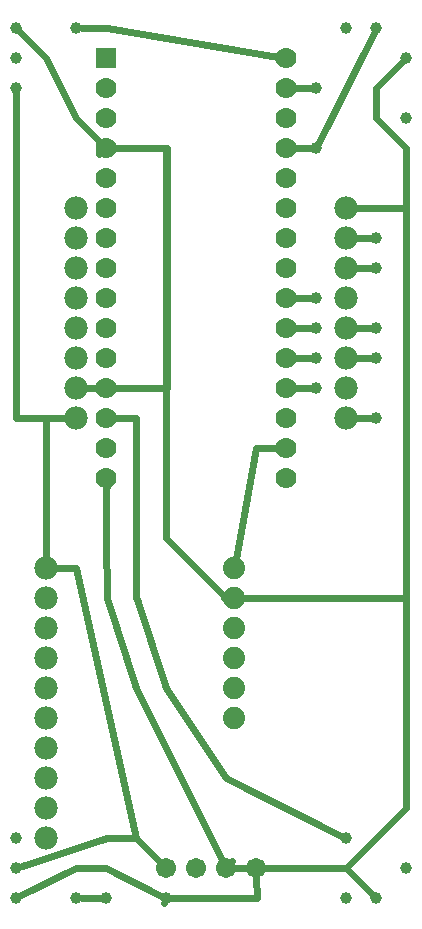
<source format=gtl>
G04 MADE WITH FRITZING*
G04 WWW.FRITZING.ORG*
G04 DOUBLE SIDED*
G04 HOLES PLATED*
G04 CONTOUR ON CENTER OF CONTOUR VECTOR*
%ASAXBY*%
%FSLAX23Y23*%
%MOIN*%
%OFA0B0*%
%SFA1.0B1.0*%
%ADD10C,0.074291*%
%ADD11C,0.078000*%
%ADD12C,0.067195*%
%ADD13C,0.070000*%
%ADD14C,0.039370*%
%ADD15R,0.069972X0.070000*%
%ADD16C,0.024000*%
%LNCOPPER1*%
G90*
G70*
G54D10*
X815Y707D03*
X815Y807D03*
X815Y908D03*
X815Y1008D03*
X815Y1108D03*
X815Y1209D03*
G54D11*
X189Y508D03*
X189Y608D03*
X189Y708D03*
X189Y808D03*
X189Y908D03*
X189Y1008D03*
X189Y1108D03*
X189Y1208D03*
X189Y308D03*
X189Y408D03*
G54D12*
X589Y208D03*
X689Y208D03*
X789Y208D03*
X889Y208D03*
G54D13*
X389Y2908D03*
X389Y2808D03*
X389Y2708D03*
X389Y2608D03*
X389Y2508D03*
X389Y2408D03*
X389Y2308D03*
X389Y2208D03*
X389Y2108D03*
X389Y2008D03*
X389Y1908D03*
X389Y1808D03*
X389Y1708D03*
X389Y1608D03*
X389Y1508D03*
X989Y2908D03*
X989Y2808D03*
X989Y2708D03*
X989Y2608D03*
X989Y2508D03*
X989Y2408D03*
X989Y2308D03*
X989Y2208D03*
X989Y2108D03*
X989Y2008D03*
X989Y1908D03*
X989Y1808D03*
X989Y1708D03*
X989Y1608D03*
X989Y1508D03*
G54D14*
X1290Y2308D03*
X1290Y1908D03*
X1290Y2008D03*
X289Y3008D03*
X1390Y2908D03*
X1390Y2708D03*
X89Y2908D03*
X1290Y3008D03*
X1190Y3008D03*
X89Y2808D03*
X89Y3008D03*
X1190Y108D03*
X1290Y108D03*
X1390Y208D03*
X89Y208D03*
X89Y308D03*
X289Y108D03*
X389Y108D03*
X589Y108D03*
X89Y108D03*
X1290Y1708D03*
X1290Y2208D03*
X1090Y1908D03*
X1090Y1808D03*
X1090Y2008D03*
X1090Y2108D03*
X589Y208D03*
X689Y208D03*
X789Y208D03*
X889Y208D03*
X1090Y2608D03*
X1090Y2808D03*
X1190Y308D03*
G54D11*
X290Y1708D03*
X290Y1808D03*
X290Y1908D03*
X290Y2008D03*
X290Y2108D03*
X290Y2208D03*
X290Y2308D03*
X290Y2408D03*
X1190Y2408D03*
X1190Y2308D03*
X1190Y2208D03*
X1190Y2108D03*
X1190Y2008D03*
X1190Y1908D03*
X1190Y1808D03*
X1190Y1708D03*
X290Y1708D03*
X290Y1808D03*
X290Y1908D03*
X290Y2008D03*
X290Y2108D03*
X290Y2208D03*
X290Y2308D03*
X290Y2408D03*
X1190Y2408D03*
X1190Y2308D03*
X1190Y2208D03*
X1190Y2108D03*
X1190Y2008D03*
X1190Y1908D03*
X1190Y1808D03*
X1190Y1708D03*
G54D15*
X389Y2908D03*
G54D16*
X290Y1207D02*
X220Y1208D01*
D02*
X568Y230D02*
X490Y309D01*
D02*
X490Y309D02*
X290Y1207D01*
D02*
X1388Y1108D02*
X847Y1108D01*
D02*
X1190Y209D02*
X1290Y309D01*
D02*
X1290Y309D02*
X1388Y407D01*
D02*
X1388Y407D02*
X1388Y1108D01*
D02*
X1289Y108D02*
X1190Y209D01*
D02*
X920Y208D02*
X1190Y209D01*
D02*
X1388Y1108D02*
X890Y1107D01*
D02*
X1190Y209D02*
X1289Y108D01*
D02*
X890Y1107D02*
X1388Y1108D01*
D02*
X891Y109D02*
X890Y177D01*
D02*
X589Y107D02*
X891Y109D01*
D02*
X581Y91D02*
X589Y107D01*
D02*
X1271Y1708D02*
X1220Y1708D01*
D02*
X1271Y1908D02*
X1220Y1908D01*
D02*
X1271Y2008D02*
X1220Y2008D01*
D02*
X1388Y2407D02*
X1220Y2408D01*
D02*
X1388Y1607D02*
X1388Y2407D01*
D02*
X1388Y1108D02*
X1388Y1607D01*
D02*
X1388Y1108D02*
X1189Y1108D01*
D02*
X1189Y1108D02*
X1388Y1108D01*
D02*
X847Y1108D02*
X1388Y1108D01*
D02*
X390Y1507D02*
X393Y1479D01*
D02*
X391Y1108D02*
X390Y1309D01*
D02*
X390Y1309D02*
X390Y1507D01*
D02*
X490Y808D02*
X490Y809D01*
D02*
X490Y809D02*
X391Y1108D01*
D02*
X810Y231D02*
X790Y209D01*
D02*
X391Y1108D02*
X391Y1108D01*
D02*
X790Y209D02*
X490Y808D01*
D02*
X821Y1239D02*
X889Y1609D01*
D02*
X889Y1609D02*
X960Y1608D01*
D02*
X391Y3009D02*
X308Y3008D01*
D02*
X961Y2913D02*
X391Y3009D01*
D02*
X390Y1807D02*
X591Y1807D01*
D02*
X591Y1807D02*
X591Y2608D01*
D02*
X591Y2608D02*
X388Y2607D01*
D02*
X388Y2607D02*
X367Y2589D01*
D02*
X320Y1808D02*
X390Y1807D01*
D02*
X371Y108D02*
X308Y108D01*
D02*
X1190Y209D02*
X1276Y122D01*
D02*
X920Y208D02*
X1190Y209D01*
D02*
X288Y208D02*
X106Y117D01*
D02*
X389Y207D02*
X288Y208D01*
D02*
X572Y116D02*
X389Y207D01*
D02*
X1289Y2807D02*
X1376Y2895D01*
D02*
X1290Y2708D02*
X1289Y2807D01*
D02*
X1390Y2608D02*
X1290Y2708D01*
D02*
X1388Y2407D02*
X1390Y1607D01*
D02*
X1390Y1607D02*
X1390Y2608D01*
D02*
X1220Y2408D02*
X1388Y2407D01*
D02*
X290Y2708D02*
X190Y2907D01*
D02*
X369Y2629D02*
X290Y2708D01*
D02*
X190Y2907D02*
X103Y2995D01*
D02*
X820Y208D02*
X859Y208D01*
D02*
X690Y1208D02*
X589Y1309D01*
D02*
X790Y1108D02*
X690Y1208D01*
D02*
X590Y1507D02*
X590Y2609D01*
D02*
X590Y2609D02*
X419Y2608D01*
D02*
X784Y1108D02*
X790Y1108D01*
D02*
X589Y1309D02*
X590Y1507D01*
D02*
X1271Y2208D02*
X1220Y2208D01*
D02*
X1271Y2308D02*
X1220Y2308D01*
D02*
X1071Y1808D02*
X1019Y1808D01*
D02*
X1071Y1908D02*
X1019Y1908D01*
D02*
X1071Y2008D02*
X1019Y2008D01*
D02*
X1071Y2108D02*
X1019Y2108D01*
D02*
X490Y307D02*
X391Y307D01*
D02*
X568Y230D02*
X490Y307D01*
D02*
X391Y307D02*
X108Y214D01*
D02*
X1090Y2608D02*
X1281Y2991D01*
D02*
X1019Y2608D02*
X1090Y2608D01*
D02*
X1071Y2808D02*
X1019Y2808D01*
D02*
X490Y1108D02*
X489Y1207D01*
D02*
X492Y1104D02*
X490Y1108D01*
D02*
X789Y507D02*
X589Y807D01*
D02*
X589Y807D02*
X492Y1104D01*
D02*
X1172Y316D02*
X789Y507D01*
D02*
X489Y1207D02*
X490Y1507D01*
D02*
X490Y1707D02*
X419Y1708D01*
D02*
X490Y1507D02*
X490Y1707D01*
D02*
X190Y1709D02*
X259Y1708D01*
D02*
X190Y1238D02*
X190Y1709D01*
D02*
X89Y2789D02*
X89Y1708D01*
D02*
X89Y1708D02*
X190Y1709D01*
D02*
X190Y1709D02*
X259Y1708D01*
G04 End of Copper1*
M02*
</source>
